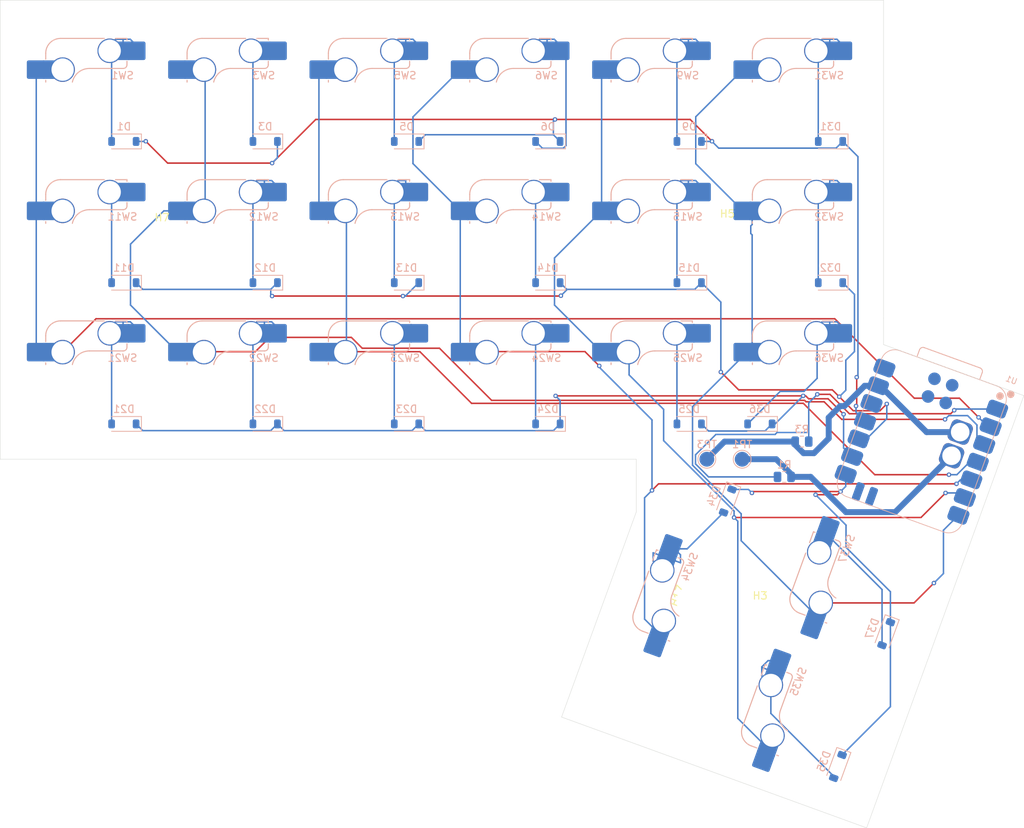
<source format=kicad_pcb>
(kicad_pcb (version 20241229) (generator "pcbnew") (generator_version "9.0")
  (layers (0 "F.Cu" signal) (2 "B.Cu" signal) (13 "F.Paste" user) (15 "B.Paste" user) (5 "F.SilkS" user "F.Silkscreen") (7 "B.SilkS" user "B.Silkscreen") (1 "F.Mask" user) (3 "B.Mask" user) (25 "Edge.Cuts" user))
  (net 0 "")
  (net 1 "Net-(D1-A)")
  (net 2 "/left/ROW0")
  (net 3 "Net-(D3-A)")
  (net 4 "Net-(D5-A)")
  (net 5 "Net-(D6-A)")
  (net 6 "Net-(D9-A)")
  (net 7 "/left/ROW1")
  (net 8 "Net-(D11-A)")
  (net 9 "Net-(D12-A)")
  (net 10 "Net-(D13-A)")
  (net 11 "Net-(D14-A)")
  (net 12 "Net-(D15-A)")
  (net 13 "/left/ROW2")
  (net 14 "Net-(D21-A)")
  (net 15 "Net-(D22-A)")
  (net 16 "Net-(D23-A)")
  (net 17 "Net-(D24-A)")
  (net 18 "Net-(D25-A)")
  (net 19 "Net-(D31-A)")
  (net 20 "Net-(D32-A)")
  (net 21 "Net-(D34-A)")
  (net 22 "/left/ROW3")
  (net 23 "Net-(D35-A)")
  (net 24 "Net-(D36-A)")
  (net 25 "Net-(D37-A)")
  (net 26 "/left/VBAT")
  (net 27 "/left/BT_PIN")
  (net 28 "GND")
  (net 29 "/left/COL0")
  (net 30 "/left/COL1")
  (net 31 "/left/COL2")
  (net 32 "/left/COL3")
  (net 33 "/left/COL4")
  (net 34 "/left/COL5")
  (footprint "MountingHole:MountingHole_3.2mm_M3" (layer "F.Cu") (at 109.5756 136.8552)
    (property "Reference" "H3")
    (property "Value" "MountingHole_3.2mm_M3")
  )
  (footprint "MountingHole:MountingHole_3.2mm_M3" (layer "F.Cu") (at 28.956 85.852)
    (property "Reference" "H7")
    (property "Value" "MountingHole_3.2mm_M3")
  )
  (footprint "PCM_Mounting_Keyboard_Stabilizer:Stabilizer_Cherry_MX_2.00u" (layer "F.Cu") (at 100.2849 133.4038 70)
    (property "Reference" "H17")
    (property "Value" "MountingHole")
  )
  (footprint "MountingHole:MountingHole_3.2mm_M3" (layer "F.Cu") (at 105.156 85.344)
    (property "Reference" "H5")
    (property "Value" "MountingHole_3.2mm_M3")
  )
  (footprint "PCM_marbastlib-mx:SW_MX_HS_CPG151101S11_1u" (layer "B.Cu") (at 114.6175 83.3437 180)
    (property "Reference" "SW32")
    (property "Value" "SW_Push")
  )
  (footprint "Diode_SMD:D_SOD-123" (layer "B.Cu") (at 80.9625 109.5375 180)
    (property "Reference" "D24")
    (property "Value" "D")
  )
  (footprint "PCM_marbastlib-mx:SW_MX_HS_CPG151101S11_1u" (layer "B.Cu") (at 114.6175 102.3937 180)
    (property "Reference" "SW36")
    (property "Value" "SW_Push")
  )
  (footprint "Diode_SMD:D_SOD-123" (layer "B.Cu") (at 80.9625 71.4375 180)
    (property "Reference" "D6")
    (property "Value" "D")
  )
  (footprint "Resistor_SMD:R_0805_2012Metric" (layer "B.Cu") (at 112.8313 116.6812 180)
    (property "Reference" "R1")
    (property "Value" "806K")
  )
  (footprint "PCM_marbastlib-mx:SW_MX_HS_CPG151101S11_1u" (layer "B.Cu") (at 100.2849 133.4038 -110)
    (property "Reference" "SW34")
    (property "Value" "SW_Push")
  )
  (footprint "TestPoint:TestPoint_Pad_D2.0mm" (layer "B.Cu") (at 102.3938 114.3 180)
    (property "Reference" "TP3")
    (property "Value" "GND")
  )
  (footprint "PCM_marbastlib-mx:SW_MX_HS_CPG151101S11_1u" (layer "B.Cu") (at 57.4675 83.3437 180)
    (property "Reference" "SW13")
    (property "Value" "SW_Push")
  )
  (footprint "mod_xiao:modified-XIAO-nRF52840-SMD" (layer "B.Cu") (at 131.2863 111.9187 160)
    (property "Reference" "U1")
    (property "Value" "XIAO-nRF52840-SMD")
  )
  (footprint "Diode_SMD:D_SOD-123" (layer "B.Cu") (at 23.8125 71.4375 180)
    (property "Reference" "D1")
    (property "Value" "D")
  )
  (footprint "PCM_marbastlib-mx:SW_MX_HS_CPG151101S11_1u" (layer "B.Cu") (at 38.4175 64.2937 180)
    (property "Reference" "SW3")
    (property "Value" "SW_Push")
  )
  (footprint "Diode_SMD:D_SOD-123" (layer "B.Cu") (at 42.8625 109.5375 180)
    (property "Reference" "D22")
    (property "Value" "D")
  )
  (footprint "Diode_SMD:D_SOD-123" (layer "B.Cu") (at 42.8625 90.4875 180)
    (property "Reference" "D12")
    (property "Value" "D")
  )
  (footprint "PCM_marbastlib-mx:SW_MX_HS_CPG151101S11_1u" (layer "B.Cu") (at 57.4675 64.2937 180)
    (property "Reference" "SW5")
    (property "Value" "SW_Push")
  )
  (footprint "PCM_marbastlib-mx:SW_MX_HS_CPG151101S11_1u" (layer "B.Cu") (at 57.4675 102.3937 180)
    (property "Reference" "SW23")
    (property "Value" "SW_Push")
  )
  (footprint "PCM_marbastlib-mx:SW_MX_HS_CPG151101S11_1u" (layer "B.Cu") (at 76.5175 83.3437 180)
    (property "Reference" "SW14")
    (property "Value" "SW_Push")
  )
  (footprint "Diode_SMD:D_SOD-123" (layer "B.Cu") (at 42.8625 71.4375 180)
    (property "Reference" "D3")
    (property "Value" "D")
  )
  (footprint "Diode_SMD:D_SOD-123" (layer "B.Cu") (at 23.8125 109.5375 180)
    (property "Reference" "D21")
    (property "Value" "D")
  )
  (footprint "PCM_marbastlib-mx:SW_MX_HS_CPG151101S11_1u" (layer "B.Cu") (at 19.3675 102.3937 180)
    (property "Reference" "SW21")
    (property "Value" "SW_Push")
  )
  (footprint "Diode_SMD:D_SOD-123" (layer "B.Cu") (at 61.9125 90.4875 180)
    (property "Reference" "D13")
    (property "Value" "D")
  )
  (footprint "Diode_SMD:D_SOD-123" (layer "B.Cu") (at 126.5729 137.8335 -110)
    (property "Reference" "D37")
    (property "Value" "D")
  )
  (footprint "Diode_SMD:D_SOD-123" (layer "B.Cu") (at 109.5375 109.5375 180)
    (property "Reference" "D36")
    (property "Value" "D")
  )
  (footprint "PCM_marbastlib-mx:SW_MX_HS_CPG151101S11_1u" (layer "B.Cu") (at 19.3675 64.2937 180)
    (property "Reference" "SW1")
    (property "Value" "SW_Push")
  )
  (footprint "Diode_SMD:D_SOD-123" (layer "B.Cu") (at 100.0125 109.5375 180)
    (property "Reference" "D25")
    (property "Value" "D")
  )
  (footprint "Diode_SMD:D_SOD-123" (layer "B.Cu") (at 80.9625 90.4875 180)
    (property "Reference" "D14")
    (property "Value" "D")
  )
  (footprint "Diode_SMD:D_SOD-123" (layer "B.Cu") (at 120.0575 155.7346 -110)
    (property "Reference" "D35")
    (property "Value" "D")
  )
  (footprint "Diode_SMD:D_SOD-123" (layer "B.Cu") (at 100.0125 90.4875 180)
    (property "Reference" "D15")
    (property "Value" "D")
  )
  (footprint "PCM_marbastlib-mx:SW_MX_HS_CPG151101S11_1u" (layer "B.Cu") (at 121.4438 130.9687 -110)
    (property "Reference" "SW37")
    (property "Value" "SW_Push")
  )
  (footprint "PCM_marbastlib-mx:SW_MX_HS_CPG151101S11_1u" (layer "B.Cu") (at 19.3675 83.3437 180)
    (property "Reference" "SW11")
    (property "Value" "SW_Push")
  )
  (footprint "PCM_marbastlib-mx:SW_MX_HS_CPG151101S11_1u" (layer "B.Cu") (at 95.5675 102.3937 180)
    (property "Reference" "SW25")
    (property "Value" "SW_Push")
  )
  (footprint "PCM_marbastlib-mx:SW_MX_HS_CPG151101S11_1u" (layer "B.Cu") (at 95.5675 64.2937 180)
    (property "Reference" "SW9")
    (property "Value" "SW_Push")
  )
  (footprint "PCM_marbastlib-mx:SW_MX_HS_CPG151101S11_1u" (layer "B.Cu") (at 76.5175 64.2937 180)
    (property "Reference" "SW6")
    (property "Value" "SW_Push")
  )
  (footprint "PCM_marbastlib-mx:SW_MX_HS_CPG151101S11_1u" (layer "B.Cu") (at 38.4175 102.3937 180)
    (property "Reference" "SW22")
    (property "Value" "SW_Push")
  )
  (footprint "Diode_SMD:D_SOD-123" (layer "B.Cu") (at 23.8125 90.4875 180)
    (property "Reference" "D11")
    (property "Value" "D")
  )
  (footprint "PCM_marbastlib-mx:SW_MX_HS_CPG151101S11_1u" (layer "B.Cu") (at 95.5675 83.3437 180)
    (property "Reference" "SW15")
    (property "Value" "SW_Push")
  )
  (footprint "Resistor_SMD:R_0805_2012Metric" (layer "B.Cu") (at 115.2125 111.9187 180)
    (property "Reference" "R3")
    (property "Value" "2M")
  )
  (footprint "PCM_marbastlib-mx:SW_MX_HS_CPG151101S11_1u" (layer "B.Cu") (at 114.6175 64.2937 180)
    (property "Reference" "SW31")
    (property "Value" "SW_Push")
  )
  (footprint "Diode_SMD:D_SOD-123" (layer "B.Cu") (at 119.0625 71.4375 180)
    (property "Reference" "D31")
    (property "Value" "D")
  )
  (footprint "PCM_marbastlib-mx:SW_MX_HS_CPG151101S11_1u" (layer "B.Cu") (at 76.5175 102.3937 180)
    (property "Reference" "SW24")
    (property "Value" "SW_Push")
  )
  (footprint "Diode_SMD:D_SOD-123" (layer "B.Cu") (at 105.2166 119.9241 -110)
    (property "Reference" "D34")
    (property "Value" "D")
  )
  (footprint "TestPoint:TestPoint_Pad_D2.0mm" (layer "B.Cu") (at 107.1563 114.3 180)
    (property "Reference" "TP1")
    (property "Value" "BAT")
  )
  (footprint "PCM_marbastlib-mx:SW_MX_HS_CPG151101S11_1u" (layer "B.Cu") (at 114.9283 148.8699 -110)
    (property "Reference" "SW35")
    (property "Value" "SW_Push")
  )
  (footprint "Diode_SMD:D_SOD-123" (layer "B.Cu") (at 61.9125 71.4375 180)
    (property "Reference" "D5")
    (property "Value" "D")
  )
  (footprint "Diode_SMD:D_SOD-123" (layer "B.Cu") (at 61.9125 109.5375 180)
    (property "Reference" "D23")
    (property "Value" "D")
  )
  (footprint "Diode_SMD:D_SOD-123" (layer "B.Cu") (at 100.0125 71.4375 180)
    (property "Reference" "D9")
    (property "Value" "D")
  )
  (footprint "Diode_SMD:D_SOD-123" (layer "B.Cu") (at 119.0625 90.4875 180)
    (property "Reference" "D32")
    (property "Value" "D")
  )
  (footprint "PCM_marbastlib-mx:SW_MX_HS_CPG151101S11_1u" (layer "B.Cu") (at 38.4175 83.3437 180)
    (property "Reference" "SW12")
    (property "Value" "SW_Push")
  )
  (gr_line (start 92.86875 121.44375) (end 82.812511 149.07304) (stroke (width 0.05)) (layer "Edge.Cuts"))
  (gr_line (start 126.20625 95.25) (end 126.20625 98.837623) (stroke (width 0.05)) (layer "Edge.Cuts"))
  (gr_line (start 7.14375 52.3875) (end 7.14375 114.3) (stroke (width 0.05)) (layer "Edge.Cuts"))
  (gr_line (start 7.14375 114.3) (end 92.86875 114.3) (stroke (width 0.05)) (layer "Edge.Cuts"))
  (gr_line (start 82.812511 149.07304) (end 123.930347 164.019561) (stroke (width 0.05)) (layer "Edge.Cuts"))
  (gr_line (start 126.20625 98.837623) (end 145.11942 105.721454) (stroke (width 0.05)) (layer "Edge.Cuts"))
  (gr_line (start 126.20625 52.3875) (end 7.14375 52.3875) (stroke (width 0.05)) (layer "Edge.Cuts"))
  (gr_line (start 123.930347 164.019561) (end 145.11942 105.721454) (stroke (width 0.05)) (layer "Edge.Cuts"))
  (gr_line (start 92.86875 114.3) (end 92.86875 121.44375) (stroke (width 0.05)) (layer "Edge.Cuts"))
  (gr_line (start 126.20625 95.25) (end 126.20625 52.3875) (stroke (width 0.05)) (layer "Edge.Cuts"))
  (segment (start 22.6833 57.662) (end 23.7075 57.662) (width 0.2) (layer "B.Cu") (net 1))
  (segment (start 24.6817 57.662) (end 23.7075 57.662) (width 0.2) (layer "B.Cu") (net 1))
  (segment (start 23.7075 59.2137) (end 23.7075 57.662) (width 0.2) (layer "B.Cu") (net 1))
  (segment (start 25.4575 58.4378) (end 24.6817 57.662) (width 0.2) (layer "B.Cu") (net 1))
  (segment (start 22.1625 59.4687) (end 22.1625 71.4375) (width 0.2) (layer "B.Cu") (net 1))
  (segment (start 21.9075 58.4378) (end 22.6833 57.662) (width 0.2) (layer "B.Cu") (net 1))
  (segment (start 100.144 68.4725) (end 81.9253 68.4725) (width 0.2) (layer "F.Cu") (net 2))
  (segment (start 81.9253 68.4725) (end 49.6786 68.4725) (width 0.2) (layer "F.Cu") (net 2))
  (segment (start 29.7113 74.3585) (end 26.7683 71.4155) (width 0.2) (layer "F.Cu") (net 2))
  (segment (start 103.087 71.4155) (end 100.144 68.4725) (width 0.2) (layer "F.Cu") (net 2))
  (segment (start 29.7113 74.3585) (end 43.7926 74.3585) (width 0.2) (layer "F.Cu") (net 2))
  (segment (start 122.5928 107.0295) (end 122.5009 107.1214) (width 0.2) (layer "F.Cu") (net 2))
  (segment (start 49.6786 68.4725) (end 43.7926 74.3585) (width 0.2) (layer "F.Cu") (net 2))
  (segment (start 122.5928 103.2414) (end 122.5928 107.0295) (width 0.2) (layer "F.Cu") (net 2))
  (via (at 122.5928 103.2414) (size 0.6) (drill 0.3) (layers "F.Cu" "B.Cu") (net 2))
  (via (at 26.7683 71.4155) (size 0.6) (drill 0.3) (layers "F.Cu" "B.Cu") (net 2))
  (via (at 122.5009 107.1214) (size 0.6) (drill 0.3) (layers "F.Cu" "B.Cu") (net 2))
  (via (at 43.7926 74.3585) (size 0.6) (drill 0.3) (layers "F.Cu" "B.Cu") (net 2))
  (via (at 103.087 71.4155) (size 0.6) (drill 0.3) (layers "F.Cu" "B.Cu") (net 2))
  (via (at 81.9253 68.4725) (size 0.6) (drill 0.3) (layers "F.Cu" "B.Cu") (net 2))
  (segment (start 122.7591 73.4841) (end 120.7125 71.4375) (width 0.2) (layer "B.Cu") (net 2))
  (segment (start 26.7463 71.4375) (end 26.7683 71.4155) (width 0.2) (layer "B.Cu") (net 2))
  (segment (start 120.7125 71.4375) (end 119.8099 72.3401) (width 0.2) (layer "B.Cu") (net 2))
  (segment (start 44.5125 73.6386) (end 44.5125 71.4375) (width 0.2) (layer "B.Cu") (net 2))
  (segment (start 81.7099 68.6879) (end 81.7099 70.5349) (width 0.2) (layer "B.Cu") (net 2))
  (segment (start 103.9896 72.3401) (end 103.087 71.4375) (width 0.2) (layer "B.Cu") (net 2))
  (segment (start 122.7591 103.0751) (end 122.7591 73.4841) (width 0.2) (layer "B.Cu") (net 2))
  (segment (start 103.087 71.4375) (end 103.087 71.4155) (width 0.2) (layer "B.Cu") (net 2))
  (segment (start 103.087 71.4375) (end 101.6625 71.4375) (width 0.2) (layer "B.Cu") (net 2))
  (segment (start 122.5009 107.9475) (end 123.7171 109.1637) (width 0.2) (layer "B.Cu") (net 2))
  (segment (start 119.8099 72.3401) (end 103.9896 72.3401) (width 0.2) (layer "B.Cu") (net 2))
  (segment (start 81.9253 68.4725) (end 81.7099 68.6879) (width 0.2) (layer "B.Cu") (net 2))
  (segment (start 25.4625 71.4375) (end 26.7463 71.4375) (width 0.2) (layer "B.Cu") (net 2))
  (segment (start 63.5625 71.4375) (end 64.4651 70.5349) (width 0.2) (layer "B.Cu") (net 2))
  (segment (start 43.7926 74.3585) (end 44.5125 73.6386) (width 0.2) (layer "B.Cu") (net 2))
  (segment (start 122.5928 103.2414) (end 122.7591 103.0751) (width 0.2) (layer "B.Cu") (net 2))
  (segment (start 64.4651 70.5349) (end 81.7099 70.5349) (width 0.2) (layer "B.Cu") (net 2))
  (segment (start 122.5009 107.1214) (end 122.5009 107.9475) (width 0.2) (layer "B.Cu") (net 2))
  (segment (start 81.7099 70.5349) (end 82.6125 71.4375) (width 0.2) (layer "B.Cu") (net 2))
  (segment (start 41.2125 59.2137) (end 41.2125 71.4375) (width 0.2) (layer "B.Cu") (net 3))
  (segment (start 42.7575 58.5387) (end 43.8325 58.5387) (width 0.2) (layer "B.Cu") (net 3))
  (segment (start 42.7575 58.5387) (end 41.8875 58.5387) (width 0.2) (layer "B.Cu") (net 3))
  (segment (start 60.0075 58.4378) (end 60.7833 57.662) (width 0.2) (layer "B.Cu") (net 4))
  (segment (start 62.7817 57.662) (end 63.5575 58.4378) (width 0.2) (layer "B.Cu") (net 4))
  (segment (start 61.8075 59.2137) (end 61.8075 57.662) (width 0.2) (layer "B.Cu") (net 4))
  (segment (start 60.2625 71.4375) (end 60.2625 59.4687) (width 0.2) (layer "B.Cu") (net 4))
  (segment (start 60.7833 57.662) (end 61.8075 57.662) (width 0.2) (layer "B.Cu") (net 4))
  (segment (start 61.8075 57.662) (end 62.7817 57.662) (width 0.2) (layer "B.Cu") (net 4))
  (segment (start 80.2391 72.3641) (end 79.3125 71.4375) (width 0.2) (layer "B.Cu") (net 5))
  (segment (start 80.8575 59.2137) (end 80.8575 57.662) (width 0.2) (layer "B.Cu") (net 5))
  (segment (start 83.0338 72.3641) (end 80.2391 72.3641) (width 0.2) (layer "B.Cu") (net 5))
  (segment (start 79.8333 57.662) (end 80.8575 57.662) (width 0.2) (layer "B.Cu") (net 5))
  (segment (start 83.4092 71.9887) (end 83.0338 72.3641) (width 0.2) (layer "B.Cu") (net 5))
  (segment (start 79.0575 58.4378) (end 79.8333 57.662) (width 0.2) (layer "B.Cu") (net 5))
  (segment (start 83.4092 60.0154) (end 83.4092 71.9887) (width 0.2) (layer "B.Cu") (net 5))
  (segment (start 81.8317 57.662) (end 80.8575 57.662) (width 0.2) (layer "B.Cu") (net 5))
  (segment (start 82.6075 58.4378) (end 81.8317 57.662) (width 0.2) (layer "B.Cu") (net 5))
  (segment (start 101.6575 58.4378) (end 100.8817 57.662) (width 0.2) (layer "B.Cu") (net 6))
  (segment (start 98.1075 58.4378) (end 98.8833 57.662) (width 0.2) (layer "B.Cu") (net 6))
  (segment (start 100.8817 57.662) (end 99.9075 57.662) (width 0.2) (layer "B.Cu") (net 6))
  (segment (start 98.3625 71.4375) (end 98.3625 59.4687) (width 0.2) (layer "B.Cu") (net 6))
  (segment (start 99.9075 59.2137) (end 99.9075 57.662) (width 0.2) (layer "B.Cu") (net 6))
  (segment (start 98.8833 57.662) (end 99.9075 57.662) (width 0.2) (layer "B.Cu") (net 6))
  (segment (start 119.31 104.9405) (end 106.684 104.9405) (width 0.2) (layer "F.Cu") (net 7))
  (segment (start 61.432 92.2882) (end 82.6796 92.2882) (width 0.2) (layer "F.Cu") (net 7))
  (segment (start 82.6796 92.2882) (end 82.7206 92.2472) (width 0.2) (layer "F.Cu") (net 7))
  (segment (start 126.65 106.8365) (end 125.7261 107.7604) (width 0.2) (layer "F.Cu") (net 7))
  (segment (start 106.684 104.9405) (end 104.2826 102.5391) (width 0.2) (layer "F.Cu") (net 7))
  (segment (start 43.7926 92.2882) (end 61.432 92.2882) (width 0.2) (layer "F.Cu") (net 7))
  (segment (start 125.7261 107.7604) (end 122.1299 107.7604) (width 0.2) (layer "F.Cu") (net 7))
  (segment (start 120.2421 105.8726) (end 119.31 104.9405) (width 0.2) (layer "F.Cu") (net 7))
  (segment (start 122.1299 107.7604) (end 120.2421 105.8726) (width 0.2) (layer "F.Cu") (net 7))
  (via (at 61.432 92.2882) (size 0.6) (drill 0.3) (layers "F.Cu" "B.Cu") (net 7))
  (via (at 43.7926 92.2882) (size 0.6) (drill 0.3) (layers "F.Cu" "B.Cu") (net 7))
  (via (at 104.2826 102.5391) (size 0.6) (drill 0.3) (layers "F.Cu" "B.Cu") (net 7))
  (via (at 82.7206 92.2472) (size 0.6) (drill 0.3) (layers "F.Cu" "B.Cu") (net 7))
  (via (at 120.2421 105.8726) (size 0.6) (drill 0.3) (layers "F.Cu" "B.Cu") (net 7))
  (via (at 126.65 106.8365) (size 0.6) (drill 0.3) (layers "F.Cu" "B.Cu") (net 7))
  (segment (start 126.65 108.828) (end 126.65 106.8365) (width 0.2) (layer "B.Cu") (net 7))
  (segment (start 43.7926 92.2882) (end 43.6099 92.1055) (width 0.2) (layer "B.Cu") (net 7))
  (segment (start 83.5151 91.3901) (end 82.6125 90.4875) (width 0.2) (layer "B.Cu") (net 7))
  (segment (start 101.6625 90.4875) (end 100.7599 91.3901) (width 0.2) (layer "B.Cu") (net 7))
  (segment (start 83.5151 91.4527) (end 83.5151 91.3901) (width 0.2) (layer "B.Cu") (net 7))
  (segment (start 82.7206 92.2472) (end 83.5151 91.4527) (width 0.2) (layer "B.Cu") (net 7))
  (segment (start 121.1242 100.9454) (end 122.2926 99.777) (width 0.2) (layer "B.Cu") (net 7))
  (segment (start 122.2926 92.0676) (end 120.7125 90.4875) (width 0.2) (layer "B.Cu") (net 7))
  (segment (start 43.6099 91.3901) (end 44.5125 90.4875) (width 0.2) (layer "B.Cu") (net 7))
  (segment (start 26.3651 91.3901) (end 43.6099 91.3901) (width 0.2) (layer "B.Cu") (net 7))
  (segment (start 61.7618 92.2882) (end 61.432 92.2882) (width 0.2) (layer "B.Cu") (net 7))
  (segment (start 25.4625 90.4875) (end 26.3651 91.3901) (width 0.2) (layer "B.Cu") (net 7))
  (segment (start 123.9275 111.5505) (end 126.65 108.828) (width 0.2) (layer "B.Cu") (net 7))
  (segment (start 43.6099 92.1055) (end 43.6099 91.3901) (width 0.2) (layer "B.Cu") (net 7))
  (segment (start 104.2826 93.1076) (end 101.6625 90.4875) (width 0.2) (layer "B.Cu") (net 7))
  (segment (start 100.7599 91.3901) (end 83.5151 91.3901) (width 0.2) (layer "B.Cu") (net 7))
  (segment (start 63.5625 90.4875) (end 61.7618 92.2882) (width 0.2) (layer "B.Cu") (net 7))
  (segment (start 120.2421 105.8726) (end 121.1242 104.9905) (width 0.2) (layer "B.Cu") (net 7))
  (segment (start 122.2926 99.777) (end 122.2926 92.0676) (width 0.2) (layer "B.Cu") (net 7))
  (segment (start 104.2826 102.5391) (end 104.2826 93.1076) (width 0.2) (layer "B.Cu") (net 7))
  (segment (start 121.1242 104.9905) (end 121.1242 100.9454) (width 0.2) (layer "B.Cu") (net 7))
  (segment (start 22.1625 78.2637) (end 22.1625 90.4875) (width 0.2) (layer "B.Cu") (net 8))
  (segment (start 23.7075 77.5887) (end 24.7825 77.5887) (width 0.2) (layer "B.Cu") (net 8))
  (segment (start 23.7075 77.5887) (end 22.8375 77.5887) (width 0.2) (layer "B.Cu") (net 8))
  (segment (start 42.7575 78.2637) (end 42.7575 76.712) (width 0.2) (layer "B.Cu") (net 9))
  (segment (start 41.7333 76.712) (end 42.7575 76.712) (width 0.2) (layer "B.Cu") (net 9))
  (segment (start 43.7317 76.712) (end 42.7575 76.712) (width 0.2) (layer "B.Cu") (net 9))
  (segment (start 40.9575 77.4878) (end 41.7333 76.712) (width 0.2) (layer "B.Cu") (net 9))
  (segment (start 44.5075 77.4878) (end 43.7317 76.712) (width 0.2) (layer "B.Cu") (net 9))
  (segment (start 41.2125 78.5187) (end 41.2125 90.4875) (width 0.2) (layer "B.Cu") (net 9))
  (segment (start 61.8075 77.5887) (end 62.8825 77.5887) (width 0.2) (layer "B.Cu") (net 10))
  (segment (start 60.7833 76.712) (end 61.8075 76.712) (width 0.2) (layer "B.Cu") (net 10))
  (segment (start 60.2625 78.5187) (end 60.2625 90.4875) (width 0.2) (layer "B.Cu") (net 10))
  (segment (start 61.8075 77.5887) (end 61.8075 76.712) (width 0.2) (layer "B.Cu") (net 10))
  (segment (start 60.0075 77.4878) (end 60.7833 76.712) (width 0.2) (layer "B.Cu") (net 10))
  (segment (start 80.8575 77.5887) (end 79.7325 77.5887) (width 0.2) (layer "B.Cu") (net 11))
  (segment (start 79.3125 90.4875) (end 79.3125 78.5187) (width 0.2) (layer "B.Cu") (net 11))
  (segment (start 80.8575 77.5887) (end 81.9325 77.5887) (width 0.2) (layer "B.Cu") (net 11))
  (segment (start 98.3625 90.4875) (end 98.3625 78.5187) (width 0.2) (layer "B.Cu") (net 12))
  (segment (start 100.8817 76.712) (end 101.6575 77.4878) (width 0.2) (layer "B.Cu") (net 12))
  (segment (start 98.1075 77.4878) (end 98.8833 76.712) (width 0.2) (layer "B.Cu") (net 12))
  (segment (start 99.9075 76.712) (end 100.8817 76.712) (width 0.2) (layer "B.Cu") (net 12))
  (segment (start 99.9075 78.2637) (end 99.9075 76.712) (width 0.2) (layer "B.Cu") (net 12))
  (segment (start 98.8833 76.712) (end 99.9075 76.712) (width 0.2) (layer "B.Cu") (net 12))
  (segment (start 115.3792 105.7518) (end 82.0162 105.7518) (width 0.2) (layer "F.Cu") (net 13))
  (segment (start 82.0162 105.7518) (end 82.0113 105.7567) (width 0.2) (layer "F.Cu") (net 13))
  (segment (start 116.1148 106.1469) (end 118.7375 106.1469) (width 0.2) (layer "F.Cu") (net 13))
  (segment (start 118.7375 106.1469) (end 120.8231 108.2325) (width 0.2) (layer "F.Cu") (net 13))
  (segment (start 115.7197 105.7518) (end 116.1148 106.1469) (width 0.2) (layer "F.Cu") (net 13))
  (segment (start 115.3792 105.7518) (end 115.7197 105.7518) (width 0.2) (layer "F.Cu") (net 13))
  (via (at 82.0113 105.7567) (size 0.6) (drill 0.3) (layers "F.Cu" "B.Cu") (net 13))
  (via (at 115.3792 105.7518) (size 0.6) (drill 0.3) (layers "F.Cu" "B.Cu") (net 13))
  (via (at 120.8231 108.2325) (size 0.6) (drill 0.3) (layers "F.Cu" "B.Cu") (net 13))
  (segment (start 115.3792 105.7518) (end 111.5935 109.5375) (width 0.2) (layer "B.Cu") (net 13))
  (segment (start 26.3651 110.4401) (end 43.6099 110.4401) (width 0.2) (layer "B.Cu") (net 13))
  (segment (start 111.1875 109.5375) (end 110.2295 110.4955) (width 0.2) (layer "B.Cu") (net 13))
  (segment (start 111.5935 109.5375) (end 111.1875 109.5375) (width 0.2) (layer "B.Cu") (net 13))
  (segment (start 45.4151 110.4401) (end 62.6599 110.4401) (width 0.2) (layer "B.Cu") (net 13))
  (segment (start 81.7099 110.4401) (end 82.6125 109.5375) (width 0.2) (layer "B.Cu") (net 13))
  (segment (start 43.6099 110.4401) (end 44.5125 109.5375) (width 0.2) (layer "B.Cu") (net 13))
  (segment (start 120.8231 112.7809) (end 120.8231 108.2325) (width 0.2) (layer "B.Cu") (net 13))
  (segment (start 63.5625 109.5375) (end 64.4651 110.4401) (width 0.2) (layer "B.Cu") (net 13))
  (segment (start 82.6125 106.3579) (end 82.6125 109.5375) (width 0.2) (layer "B.Cu") (net 13))
  (segment (start 64.4651 110.4401) (end 81.7099 110.4401) (width 0.2) (layer "B.Cu") (net 13))
  (segment (start 62.6599 110.4401) (end 63.5625 109.5375) (width 0.2) (layer "B.Cu") (net 13))
  (segment (start 110.2295 110.4955) (end 102.6205 110.4955) (width 0.2) (layer "B.Cu") (net 13))
  (segment (start 82.0113 105.7567) (end 82.6125 106.3579) (width 0.2) (layer "B.Cu") (net 13))
  (segment (start 102.6205 110.4955) (end 101.6625 109.5375) (width 0.2) (layer "B.Cu") (net 13))
  (segment (start 25.4625 109.5375) (end 26.3651 110.4401) (width 0.2) (layer "B.Cu") (net 13))
  (segment (start 121.9796 113.9374) (end 120.8231 112.7809) (width 0.2) (layer "B.Cu") (net 13))
  (segment (start 44.5125 109.5375) (end 45.4151 110.4401) (width 0.2) (layer "B.Cu") (net 13))
  (segment (start 22.6833 95.762) (end 23.7075 95.762) (width 0.2) (layer "B.Cu") (net 14))
  (segment (start 25.4575 96.5378) (end 24.6817 95.762) (width 0.2) (layer "B.Cu") (net 14))
  (segment (start 23.7075 97.3137) (end 23.7075 95.762) (width 0.2) (layer "B.Cu") (net 14))
  (segment (start 24.6817 95.762) (end 23.7075 95.762) (width 0.2) (layer "B.Cu") (net 14))
  (segment (start 22.1625 97.5687) (end 22.1625 109.5375) (width 0.2) (layer "B.Cu") (net 14))
  (segment (start 21.9075 96.5378) (end 22.6833 95.762) (width 0.2) (layer "B.Cu") (net 14))
  (segment (start 41.7333 95.762) (end 42.7575 95.762) (width 0.2) (layer "B.Cu") (net 15))
  (segment (start 40.9575 96.5378) (end 41.7333 95.762) (width 0.2) (layer "B.Cu") (net 15))
  (segment (start 42.7575 95.762) (end 43.7317 95.762) (width 0.2) (layer "B.Cu") (net 15))
  (segment (start 43.7317 95.762) (end 44.5075 96.5378) (width 0.2) (layer "B.Cu") (net 15))
  (segment (start 41.2125 109.5375) (end 41.2125 97.5687) (width 0.2) (layer "B.Cu") (net 15))
  (segment (start 42.7575 97.3137) (end 42.7575 95.762) (width 0.2) (layer "B.Cu") (net 15))
  (segment (start 61.8075 96.6387) (end 62.8825 96.6387) (width 0.2) (layer "B.Cu") (net 16))
  (segment (start 61.8075 96.6387) (end 60.9375 96.6387) (width 0.2) (layer "B.Cu") (net 16))
  (segment (start 60.2625 97.3137) (end 60.2625 109.5375) (width 0.2) (layer "B.Cu") (net 16))
  (segment (start 79.3125 109.5375) (end 79.3125 97.5687) (width 0.2) (layer "B.Cu") (net 17))
  (segment (start 80.8575 96.6387) (end 79.7325 96.6387) (width 0.2) (layer "B.Cu") (net 17))
  (segment (start 80.8575 96.6387) (end 81.9325 96.6387) (width 0.2) (layer "B.Cu") (net 17))
  (segment (start 99.9075 96.6387) (end 98.7825 96.6387) (width 0.2) (layer "B.Cu") (net 18))
  (segment (start 98.3625 109.5375) (end 98.3625 97.5687) (width 0.2) (layer "B.Cu") (net 18))
  (segment (start 99.9075 96.6387) (end 100.9825 96.6387) (width 0.2) (layer "B.Cu") (net 18))
  (segment (start 117.4125 71.4375) (end 117.4125 59.4687) (width 0.2) (layer "B.Cu") (net 19))
  (segment (start 118.9575 59.2137) (end 118.9575 57.662) (width 0.2) (layer "B.Cu") (net 19))
  (segment (start 117.1575 58.4378) (end 117.9333 57.662) (width 0.2) (layer "B.Cu") (net 19))
  (segment (start 120.7075 58.4378) (end 119.9317 57.662) (width 0.2) (layer "B.Cu") (net 19))
  (segment (start 117.9333 57.662) (end 118.9575 57.662) (width 0.2) (layer "B.Cu") (net 19))
  (segment (start 119.9317 57.662) (end 118.9575 57.662) (width 0.2) (layer "B.Cu") (net 19))
  (segment (start 118.9575 76.712) (end 119.9317 76.712) (width 0.2) (layer "B.Cu") (net 20))
  (segment (start 117.4125 90.4875) (end 117.4125 78.5187) (width 0.2) (layer "B.Cu") (net 20))
  (segment (start 118.9575 77.5887) (end 118.9575 76.712) (width 0.2) (layer "B.Cu") (net 20))
  (segment (start 119.9317 76.712) (end 120.7075 77.4878) (width 0.2) (layer "B.Cu") (net 20))
  (segment (start 118.9575 77.5887) (end 117.8325 77.5887) (width 0.2) (layer "B.Cu") (net 20))
  (segment (start 104.6523 121.4746) (end 99.746 126.3809) (width 0.2) (layer "B.Cu") (net 21))
  (segment (start 99.746 126.3809) (end 98.0315 126.3809) (width 0.2) (layer "B.Cu") (net 21))
  (segment (start 96.38 129.2795) (end 95.152 128.0515) (width 0.2) (layer "B.Cu") (net 21))
  (segment (start 95.152 128.0515) (end 95.152 126.9171) (width 0.2) (layer "B.Cu") (net 21))
  (segment (start 96.9956 127.5881) (end 95.152 126.9171) (width 0.2) (layer "B.Cu") (net 21))
  (segment (start 98.8392 127.1887) (end 98.0315 126.381) (width 0.2) (layer "B.Cu") (net 21))
  (segment (start 98.8392 128.2591) (end 98.8392 127.1887) (width 0.2) (layer "B.Cu") (net 21))
  (segment (start 96.9956 127.5881) (end 98.8392 128.2591) (width 0.2) (layer "B.Cu") (net 21))
  (segment (start 108.4704 118.8454) (end 108.6566 118.6592) (width 0.2) (layer "F.Cu") (net 22))
  (segment (start 117.0524 119.083) (end 119.9923 119.083) (width 0.2) (layer "F.Cu") (net 22))
  (segment (start 119.9923 119.083) (end 120.4161 118.6592) (width 0.2) (layer "F.Cu") (net 22))
  (segment (start 108.6566 118.6592) (end 120.4161 118.6592) (width 0.2) (layer "F.Cu") (net 22))
  (via (at 120.4161 118.6592) (size 0.6) (drill 0.3) (layers "F.Cu" "B.Cu") (net 22))
  (via (at 108.4704 118.8454) (size 0.6) (drill 0.3) (layers "F.Cu" "B.Cu") (net 22))
  (via (at 117.0524 119.083) (size 0.6) (drill 0.3) (layers "F.Cu" "B.Cu") (net 22))
  (segment (start 121.1109 117.9644) (end 121.1109 116.3242) (width 0.2) (layer "B.Cu") (net 22))
  (segment (start 121.1518 123.1824) (end 117.0524 119.083) (width 0.2) (layer "B.Cu") (net 22))
  (segment (start 120.4161 118.6592) (end 121.1109 117.9644) (width 0.2) (layer "B.Cu") (net 22))
  (segment (start 121.1518 126.1832) (end 121.1518 123.1824) (width 0.2) (layer "B.Cu") (net 22))
  (segment (start 127.1372 147.6687) (end 127.1372 136.283) (width 0.2) (layer "B.Cu") (net 22))
  (segment (start 120.6218 154.1841) (end 127.1372 147.6687) (width 0.2) (layer "B.Cu") (net 22))
  (segment (start 127.1372 132.1686) (end 121.1518 126.1832) (width 0.2) (layer "B.Cu") (net 22))
  (segment (start 107.9986 118.3736) (end 108.4704 118.8454) (width 0.2) (layer "B.Cu") (net 22))
  (segment (start 127.1372 136.283) (end 127.1372 132.1686) (width 0.2) (layer "B.Cu") (net 22))
  (segment (start 105.7809 118.3736) (end 107.9986 118.3736) (width 0.2) (layer "B.Cu") (net 22))
  (segment (start 111.0234 148.5855) (end 119.4932 157.0553) (width 0.2) (layer "B.Cu") (net 23))
  (segment (start 109.7954 143.5176) (end 109.7954 142.3832) (width 0.2) (layer "B.Cu") (net 23))
  (segment (start 111.0234 144.7456) (end 109.7954 143.5176) (width 0.2) (layer "B.Cu") (net 23))
  (segment (start 111.639 143.0542) (end 109.7954 142.3832) (width 0.2) (layer "B.Cu") (net 23))
  (segment (start 109.7954 142.3094) (end 109.7954 142.3832) (width 0.2) (layer "B.Cu") (net 23))
  (segment (start 112.1827 141.4646) (end 110.6402 141.4646) (width 0.2) (layer "B.Cu") (net 23))
  (segment (start 111.0234 144.7456) (end 111.0234 148.5855) (width 0.2) (layer "B.Cu") (net 23))
  (segment (start 110.6402 141.4646) (end 109.7954 142.3094) (width 0.2) (layer "B.Cu") (net 23))
  (segment (start 117.1575 96.5378) (end 117.9333 95.762) (width 0.2) (layer "B.Cu") (net 24))
  (segment (start 115.497 105.1501) (end 112.2749 105.1501) (width 0.2) (layer "B.Cu") (net 24))
  (segment (start 117.2564 103.3907) (end 115.497 105.1501) (width 0.2) (layer "B.Cu") (net 24))
  (segment (start 119.9317 95.762) (end 118.9575 95.762) (width 0.2) (layer "B.Cu") (net 24))
  (segment (start 118.9575 97.3137) (end 118.9575 95.762) (width 0.2) (layer "B.Cu") (net 24))
  (segment (start 120.7075 96.5378) (end 119.9317 95.762) (width 0.2) (layer "B.Cu") (net 24))
  (segment (start 112.2749 105.1501) (end 107.8875 109.5375) (width 0.2) (layer "B.Cu") (net 24))
  (segment (start 117.2564 97.4126) (end 117.2564 103.3907) (width 0.2) (layer "B.Cu") (net 24))
  (segment (start 117.9333 95.762) (end 118.9575 95.762) (width 0.2) (layer "B.Cu") (net 24))
  (segment (start 126.0085 131.8738) (end 126.0085 139.384) (width 0.2) (layer "B.Cu") (net 25))
  (segment (start 118.1545 124.1071) (end 118.1545 125.153) (width 0.2) (layer "B.Cu") (net 25))
  (segment (start 118.1545 125.153) (end 117.5389 125.7686) (width 0.2) (layer "B.Cu") (net 25))
  (segment (start 118.7531 124.6184) (end 126.0085 131.8738) (width 0.2) (layer "B.Cu") (net 25))
  (segment (start 116.39 116.6812) (end 121.1432 121.4344) (width 0.8) (layer "B.Cu") (net 26))
  (segment (start 113.7438 116.6812) (end 116.39 116.6812) (width 0.8) (layer "B.Cu") (net 26))
  (segment (start 113.7438 116.2989) (end 113.7438 116.6812) (width 0.8) (layer "B.Cu") (net 26))
  (segment (start 107.1563 114.3) (end 111.7449 114.3) (width 0.8) (layer "B.Cu") (net 26))
  (segment (start 121.1432 121.4344) (end 127.7774 121.4344) (width 0.8) (layer "B.Cu") (net 26))
  (segment (start 127.7774 121.4344) (end 135.3781 113.8337) (width 0.8) (layer "B.Cu") (net 26))
  (segment (start 111.7449 114.3) (end 113.7438 116.2989) (width 0.8) (layer "B.Cu") (net 26))
  (segment (start 121.6036 108.1621) (end 135.2657 108.1621) (width 0.2) (layer "F.Cu") (net 27))
  (segment (start 118.9867 105.5452) (end 121.6036 108.1621) (width 0.2) (layer "F.Cu") (net 27))
  (segment (start 135.2657 108.1621) (end 135.7346 107.6932) (width 0.2) (layer "F.Cu") (net 27))
  (segment (start 117.2837 105.5452) (end 118.9867 105.5452) (width 0.2) (layer "F.Cu") (net 27))
  (via (at 135.7346 107.6932) (size 0.6) (drill 0.3) (layers "F.Cu" "B.Cu") (net 27))
  (via (at 117.2837 105.5452) (size 0.6) (drill 0.3) (layers "F.Cu" "B.Cu") (net 27))
  (segment (start 103.6129 110.9572) (end 111.5879 110.9572) (width 0.2) (layer "B.Cu") (net 27))
  (segment (start 135.8958 107.532) (end 135.7346 107.6932) (width 0.2) (layer "B.Cu") (net 27))
  (segment (start 116.125 106.7039) (end 116.125 110.6953) (width 0.2) (layer "B.Cu") (net 27))
  (segment (start 102.6166 116.6812) (end 100.8656 114.9302) (width 0.2) (layer "B.Cu") (net 27))
  (segment (start 116.125 110.6953) (end 116.125 111.9187) (width 0.2) (layer "B.Cu") (net 27))
  (segment (start 100.8656 114.9302) (end 100.8656 113.7045) (width 0.2) (layer "B.Cu") (net 27))
  (segment (start 111.9188 116.6812) (end 102.6166 116.6812) (width 0.2) (layer "B.Cu") (net 27))
  (segment (start 117.2837 105.5452) (end 116.125 106.7039) (width 0.2) (layer "B.Cu") (net 27))
  (segment (start 111.5879 110.9572) (end 111.8498 110.6953) (width 0.2) (layer "B.Cu") (net 27))
  (segment (start 100.8656 113.7045) (end 103.6129 110.9572) (width 0.2) (layer "B.Cu") (net 27))
  (segment (start 111.8498 110.6953) (end 116.125 110.6953) (width 0.2) (layer "B.Cu") (net 27))
  (segment (start 141.5134 107.532) (end 135.8958 107.532) (width 0.2) (layer "B.Cu") (net 27))
  (segment (start 115.4253 113.4799) (end 114.3 112.3546) (width 0.8) (layer "B.Cu") (net 28))
  (segment (start 132.0103 110.6387) (end 125.7617 104.3901) (width 0.8) (layer "B.Cu") (net 28))
  (segment (start 120.3668 107.1308) (end 118.8201 108.6775) (width 0.8) (layer "B.Cu") (net 28))
  (segment (start 102.3938 114.3) (end 104.7751 111.9187) (width 0.8) (layer "B.Cu") (net 28))
  (segment (start 116.8325 113.4799) (end 115.4253 113.4799) (width 0.8) (layer "B.Cu") (net 28))
  (segment (start 114.3 112.3546) (end 114.3 111.9187) (width 0.8) (layer "B.Cu") (net 28))
  (segment (start 120.9335 107.1308) (end 120.3668 107.1308) (width 0.8) (layer "B.Cu") (net 28))
  (segment (start 118.8201 111.4923) (end 116.8325 113.4799) (width 0.8) (layer "B.Cu") (net 28))
  (segment (start 125.4545 104.3901) (end 123.6742 104.3901) (width 0.8) (layer "B.Cu") (net 28))
  (segment (start 123.6742 104.3901) (end 120.9335 107.1308) (width 0.8) (layer "B.Cu") (net 28))
  (segment (start 104.7751 111.9187) (end 114.3 111.9187) (width 0.8) (layer "B.Cu") (net 28))
  (segment (start 136.541 110.6387) (end 132.0103 110.6387) (width 0.8) (layer "B.Cu") (net 28))
  (segment (start 118.8201 108.6775) (end 118.8201 111.4923) (width 0.8) (layer "B.Cu") (net 28))
  (segment (start 119.6392 95.3553) (end 130.3518 106.0679) (width 0.2) (layer "F.Cu") (net 29))
  (segment (start 20.0559 95.3553) (end 119.6392 95.3553) (width 0.2) (layer "F.Cu") (net 29))
  (segment (start 136.4386 106.0679) (end 139.02 108.6493) (width 0.2) (layer "F.Cu") (net 29))
  (segment (start 130.3518 106.0679) (end 136.4386 106.0679) (width 0.2) (layer "F.Cu") (net 29))
  (segment (start 15.5575 99.8537) (end 20.0559 95.3553) (width 0.2) (layer "F.Cu") (net 29))
  (via (at 139.02 108.6493) (size 0.6) (drill 0.3) (layers "F.Cu" "B.Cu") (net 29))
  (segment (start 12.0075 80.8037) (end 12.0075 99.8537) (width 0.2) (layer "B.Cu") (net 29))
  (segment (start 12.0075 80.8037) (end 13.7325 80.8037) (width 0.2) (layer "B.Cu") (net 29))
  (segment (start 12.0075 61.7537) (end 12.0075 80.8037) (width 0.2) (layer "B.Cu") (net 29))
  (segment (start 13.7325 61.7537) (end 15.5575 61.7537) (width 0.2) (layer "B.Cu") (net 29))
  (segment (start 12.0075 61.7537) (end 13.7325 61.7537) (width 0.2) (layer "B.Cu") (net 29))
  (segment (start 15.5575 80.8037) (end 13.7325 80.8037) (width 0.2) (layer "B.Cu") (net 29))
  (segment (start 12.0075 99.8537) (end 13.7325 99.8537) (width 0.2) (layer "B.Cu") (net 29))
  (segment (start 139.02 108.6493) (end 140.2895 109.9188) (width 0.2) (layer "B.Cu") (net 29))
  (segment (start 15.5575 99.8537) (end 13.7325 99.8537) (width 0.2) (layer "B.Cu") (net 29))
  (segment (start 120.5753 108.9208) (end 134.5003 108.9208) (width 0.2) (layer "F.Cu") (net 30))
  (segment (start 55.9414 99.3293) (end 66.3555 99.3293) (width 0.2) (layer "F.Cu") (net 30))
  (segment (start 73.3846 106.3584) (end 82.2605 106.3584) (width 0.2) (layer "F.Cu") (net 30))
  (segment (start 118.2031 106.5486) (end 120.5753 108.9208) (width 0.2) (layer "F.Cu") (net 30))
  (segment (start 82.2654 106.3535) (end 115.5634 106.3535) (width 0.2) (layer "F.Cu") (net 30))
  (segment (start 66.3555 99.3293) (end 73.3846 106.3584) (width 0.2) (layer "F.Cu") (net 30))
  (segment (start 41.5356 99.7949) (end 43.4651 97.8654) (width 0.2) (layer "F.Cu") (net 30))
  (segment (start 115.7585 106.5486) (end 118.2031 106.5486) (width 0.2) (layer "F.Cu") (net 30))
  (segment (start 115.5634 106.3535) (end 115.7585 106.5486) (width 0.2) (layer "F.Cu") (net 30))
  (segment (start 54.4775 97.8654) (end 55.9414 99.3293) (width 0.2) (layer "F.Cu") (net 30))
  (segment (start 43.4651 97.8654) (end 54.4775 97.8654) (width 0.2) (layer "F.Cu") (net 30))
  (segment (start 82.2605 106.3584) (end 82.2654 106.3535) (width 0.2) (layer "F.Cu") (net 30))
  (segment (start 34.6663 99.7949) (end 41.5356 99.7949) (width 0.2) (layer "F.Cu") (net 30))
  (via (at 134.5003 108.9208) (size 0.6) (drill 0.3) (layers "F.Cu" "B.Cu") (net 30))
  (segment (start 24.7084 93.5046) (end 31.0575 99.8537) (width 0.2) (layer "B.Cu") (net 30))
  (segment (start 32.7825 61.7537) (end 31.0575 61.7537) (width 0.2) (layer "B.Cu") (net 30))
  (segment (start 24.7084 85.2916) (end 24.7084 93.5046) (width 0.2) (layer "B.Cu") (net 30))
  (segment (start 137.5455 108.4192) (end 135.0019 108.4192) (width 0.2) (layer "B.Cu") (net 30))
  (segment (start 34.6075 99.8537) (end 32.7825 99.8537) (width 0.2) (layer "B.Cu") (net 30))
  (segment (start 138.8006 111.3304) (end 138.8006 109.6743) (width 0.2) (layer "B.Cu") (net 30))
  (segment (start 31.0575 99.8537) (end 32.7825 99.8537) (width 0.2) (layer "B.Cu") (net 30))
  (segment (start 34.7676 80.6436) (end 34.7676 61.9138) (width 0.2) (layer "B.Cu") (net 30))
  (segment (start 135.0019 108.4192) (end 134.5003 108.9208) (width 0.2) (layer "B.Cu") (net 30))
  (segment (start 29.1963 80.8037) (end 24.7084 85.2916) (width 0.2) (layer "B.Cu") (net 30))
  (segment (start 138.8006 109.6743) (end 137.5455 108.4192) (width 0.2) (layer "B.Cu") (net 30))
  (segment (start 34.6075 80.8037) (end 32.7825 80.8037) (width 0.2) (layer "B.Cu") (net 30))
  (segment (start 31.0575 80.8037) (end 29.1963 80.8037) (width 0.2) (layer "B.Cu") (net 30))
  (segment (start 32.7825 61.7537) (end 34.6075 61.7537) (width 0.2) (layer "B.Cu") (net 30))
  (segment (start 32.7825 80.8037) (end 31.0575 80.8037) (width 0.2) (layer "B.Cu") (net 30))
  (segment (start 53.7163 99.7949) (end 63.715 99.7949) (width 0.2) (layer "F.Cu") (net 31))
  (segment (start 63.715 99.7949) (end 70.6802 106.7601) (width 0.2) (layer "F.Cu") (net 31))
  (segment (start 82.4317 106.7552) (end 115.3971 106.7552) (width 0.2) (layer "F.Cu") (net 31))
  (segment (start 115.3971 106.7552) (end 125.027 116.3851) (width 0.2) (layer "F.Cu") (net 31))
  (segment (start 70.6802 106.7601) (end 82.4268 106.7601) (width 0.2) (layer "F.Cu") (net 31))
  (segment (start 125.027 116.3851) (end 135.0261 116.3851) (width 0.2) (layer "F.Cu") (net 31))
  (segment (start 82.4268 106.7601) (end 82.4317 106.7552) (width 0.2) (layer "F.Cu") (net 31))
  (via (at 135.0261 116.3851) (size 0.6) (drill 0.3) (layers "F.Cu" "B.Cu") (net 31))
  (segment (start 50.1075 99.8537) (end 51.8325 99.8537) (width 0.2) (layer "B.Cu") (net 31))
  (segment (start 50.1075 61.7537) (end 50.1075 80.8037) (width 0.2) (layer "B.Cu") (net 31))
  (segment (start 136.094 116.3851) (end 135.0261 116.3851) (width 0.2) (layer "B.Cu") (net 31))
  (segment (start 51.8325 61.7537) (end 50.1075 61.7537) (width 0.2) (layer "B.Cu") (net 31))
  (segment (start 53.6575 80.8037) (end 51.8325 80.8037) (width 0.2) (layer "B.Cu") (net 31))
  (segment (start 53.6575 99.8537) (end 51.8325 99.8537) (width 0.2) (layer "B.Cu") (net 31))
  (segment (start 51.8325 80.8037) (end 50.1075 80.8037) (width 0.2) (layer "B.Cu") (net 31))
  (segment (start 53.8142 99.697) (end 53.8142 80.9604) (width 0.2) (layer "B.Cu") (net 31))
  (segment (start 53.6575 61.7537) (end 51.8325 61.7537) (width 0.2) (layer "B.Cu") (net 31))
  (segment (start 137.7866 114.6925) (end 136.094 116.3851) (width 0.2) (layer "B.Cu") (net 31))
  (segment (start 85.9605 99.7802) (end 72.781 99.7802) (width 0.2) (layer "F.Cu") (net 32))
  (segment (start 87.8911 101.7108) (end 85.9605 99.7802) (width 0.2) (layer "F.Cu") (net 32))
  (segment (start 95.8842 117.6158) (end 136.0393 117.6158) (width 0.2) (layer "F.Cu") (net 32))
  (segment (start 95 118.5) (end 95.8842 117.6158) (width 0.2) (layer "F.Cu") (net 32))
  (via (at 95 118.5) (size 0.6) (drill 0.3) (layers "F.Cu" "B.Cu") (net 32))
  (via (at 87.8911 101.7108) (size 0.6) (drill 0.3) (layers "F.Cu" "B.Cu") (net 32))
  (via (at 136.0393 117.6158) (size 0.6) (drill 0.3) (layers "F.Cu" "B.Cu") (net 32))
  (segment (start 94 135.8594) (end 95.9708 137.8302) (width 0.2) (layer "B.Cu") (net 32))
  (segment (start 62.7833 68.1279) (end 69.1575 61.7537) (width 0.2) (layer "B.Cu") (net 32))
  (segment (start 95 118.5) (end 95 108.9973) (width 0.2) (layer "B.Cu") (net 32))
  (segment (start 69.1575 80.8037) (end 62.7833 74.4295) (width 0.2) (layer "B.Cu") (net 32))
  (segment (start 70.8825 61.7537) (end 69.1575 61.7537) (width 0.2) (layer "B.Cu") (net 32))
  (segment (start 96.595 137.206) (end 95.9708 137.8302) (width 0.2) (layer "B.Cu") (net 32))
  (segment (start 94 119.5) (end 94 135.8594) (width 0.2) (layer "B.Cu") (net 32))
  (segment (start 69.1575 99.8537) (end 69.1575 80.8037) (width 0.2) (layer "B.Cu") (net 32))
  (segment (start 70.8825 80.8037) (end 69.1575 80.8037) (width 0.2) (layer "B.Cu") (net 32))
  (segment (start 87.8911 101.8884) (end 87.8911 101.7108) (width 0.2) (layer "B.Cu") (net 32))
  (segment (start 136.5758 117.0793) (end 138.0385 117.0793) (width 0.2) (layer "B.Cu") (net 32))
  (segment (start 136.0393 117.6158) (end 136.5758 117.0793) (width 0.2) (layer "B.Cu") (net 32))
  (segment (start 95 118.5) (end 94 119.5) (width 0.2) (layer "B.Cu") (net 32))
  (segment (start 95.9708 138.8612) (end 95.9708 137.8302) (width 0.2) (layer "B.Cu") (net 32))
  (segment (start 72.7075 99.8537) (end 70.8825 99.8537) (width 0.2) (layer "B.Cu") (net 32))
  (segment (start 72.7075 80.8037) (end 70.8825 80.8037) (width 0.2) (layer "B.Cu") (net 32))
  (segment (start 62.7833 74.4295) (end 62.7833 68.1279) (width 0.2) (layer "B.Cu") (net 32))
  (segment (start 95 108.9973) (end 87.8911 101.8884) (width 0.2) (layer "B.Cu") (net 32))
  (segment (start 69.1575 99.8537) (end 70.8825 99.8537) (width 0.2) (layer "B.Cu") (net 32))
  (segment (start 72.7075 61.7537) (end 70.8825 61.7537) (width 0.2) (layer "B.Cu") (net 32))
  (segment (start 106.0638 122.1577) (end 131.2571 122.1577) (width 0.2) (layer "F.Cu") (net 33))
  (segment (start 131.2571 122.1577) (end 134.5694 118.8454) (width 0.2) (layer "F.Cu") (net 33))
  (via (at 134.5694 118.8454) (size 0.6) (drill 0.3) (layers "F.Cu" "B.Cu") (net 33))
  (via (at 106.0638 122.1577) (size 0.6) (drill 0.3) (layers "F.Cu" "B.Cu") (net 33))
  (segment (start 110.6142 153.2963) (end 111.2384 152.6721) (width 0.2) (layer "B.Cu") (net 33))
  (segment (start 91.9142 102.9263) (end 96.5662 107.5783) (width 0.2) (layer "B.Cu") (net 33))
  (segment (start 91.7575 80.8037) (end 89.9325 80.8037) (width 0.2) (layer "B.Cu") (net 33))
  (segment (start 106.0638 121.2855) (end 106.0638 122.1577) (width 0.2) (layer "B.Cu") (net 33))
  (segment (start 88.2075 61.7537) (end 88.2075 80.8037) (width 0.2) (layer "B.Cu") (net 33))
  (segment (start 91.7575 99.8537) (end 89.9325 99.8537) (width 0.2) (layer "B.Cu") (net 33))
  (segment (start 134.5694 118.8454) (end 136.549 118.8454) (width 0.2) (layer "B.Cu") (net 33))
  (segment (start 88.2075 80.8037) (end 89.9325 80.8037) (width 0.2) (layer "B.Cu") (net 33))
  (segment (start 81.8599 93.5061) (end 81.8599 87.1513) (width 0.2) (layer "B.Cu") (net 33))
  (segment (start 81.8599 87.1513) (end 88.2075 80.8037) (width 0.2) (layer "B.Cu") (net 33))
  (segment (start 96.5662 107.5783) (end 96.5662 111.7879) (width 0.2) (layer "B.Cu") (net 33))
  (segment (start 96.5662 111.7879) (end 106.0638 121.2855) (width 0.2) (layer "B.Cu") (net 33))
  (segment (start 106.5662 149.2483) (end 110.6142 153.2963) (width 0.2) (layer "B.Cu") (net 33))
  (segment (start 106.5662 122.6601) (end 106.5662 149.2483) (width 0.2) (layer "B.Cu") (net 33))
  (segment (start 88.2075 99.8537) (end 89.9325 99.8537) (width 0.2) (layer "B.Cu") (net 33))
  (segment (start 91.7575 61.7537) (end 89.9325 61.7537) (width 0.2) (layer "B.Cu") (net 33))
  (segment (start 88.2075 99.8537) (end 81.8599 93.5061) (width 0.2) (layer "B.Cu") (net 33))
  (segment (start 110.6142 154.3273) (end 110.6142 153.2963) (width 0.2) (layer "B.Cu") (net 33))
  (segment (start 91.9142 100.0104) (end 91.9142 102.9263) (width 0.2) (layer "B.Cu") (net 33))
  (segment (start 106.0638 122.1577) (end 106.5662 122.6601) (width 0.2) (layer "B.Cu") (net 33))
  (segment (start 88.2075 61.7537) (end 89.9325 61.7537) (width 0.2) (layer "B.Cu") (net 33))
  (segment (start 130.3198 133.6802) (end 117.7539 133.6802) (width 0.2) (layer "F.Cu") (net 34))
  (segment (start 133 131) (end 130.3198 133.6802) (width 0.2) (layer "F.Cu") (net 34))
  (via (at 133 131) (size 0.6) (drill 0.3) (layers "F.Cu" "B.Cu") (net 34))
  (segment (start 110.8075 99.8537) (end 108.9825 99.8537) (width 0.2) (layer "B.Cu") (net 34))
  (segment (start 100.4639 115.0987) (end 100.4639 107.2087) (width 0.2) (layer "B.Cu") (net 34))
  (segment (start 107.2575 80.8037) (end 108.5 82.0462) (width 0.2) (layer "B.Cu") (net 34))
  (segment (start 134.2869 129.7131) (end 134.2869 123.867) (width 0.2) (layer "B.Cu") (net 34))
  (segment (start 117.1297 136.4261) (end 117.1297 135.3951) (width 0.2) (layer "B.Cu") (net 34))
  (segment (start 107.2575 80.8037) (end 108.9825 80.8037) (width 0.2) (layer "B.Cu") (net 34))
  (segment (start 107.2575 61.7537) (end 100.8956 68.1156) (width 0.2) (layer "B.Cu") (net 34))
  (segment (start 107.0197 121.6545) (end 100.4639 115.0987) (width 0.2) (layer "B.Cu") (net 34))
  (segment (start 108.3115 82.835874) (end 108.3115 83.851526) (width 0.2) (layer "B.Cu") (net 34))
  (segment (start 133 131) (end 134.2869 129.7131) (width 0.2) (layer "B.Cu") (net 34))
  (segment (start 100.4639 107.2087) (end 107.2575 100.4151) (width 0.2) (layer "B.Cu") (net 34))
  (segment (start 134.2869 123.867) (end 136.301 121.8529) (width 0.2) (layer "B.Cu") (net 34))
  (segment (start 110.8075 61.7537) (end 108.9825 61.7537) (width 0.2) (layer "B.Cu") (net 34))
  (segment (start 108.5 84.040026) (end 108.5 98.6112) (width 0.2) (layer "B.Cu") (net 34))
  (segment (start 107.2575 61.7537) (end 108.9825 61.7537) (width 0.2) (layer "B.Cu") (net 34))
  (segment (start 107.2575 99.8537) (end 108.9825 99.8537) (width 0.2) (layer "B.Cu") (net 34))
  (segment (start 107.0197 125.2851) (end 107.0197 121.6545) (width 0.2) (layer "B.Cu") (net 34))
  (segment (start 117.1297 135.3951) (end 107.0197 125.2851) (width 0.2) (layer "B.Cu") (net 34))
  (segment (start 117.7539 134.7709) (end 117.1297 135.3951) (width 0.2) (layer "B.Cu") (net 34))
  (segment (start 108.5 82.0462) (end 108.5 82.647374) (width 0.2) (layer "B.Cu") (net 34))
  (segment (start 110.8075 80.8037) (end 108.9825 80.8037) (width 0.2) (layer "B.Cu") (net 34))
  (segment (start 108.3115 83.851526) (end 108.5 84.040026) (width 0.2) (layer "B.Cu") (net 34))
  (segment (start 100.8956 68.1156) (end 100.8956 74.4418) (width 0.2) (layer "B.Cu") (net 34))
  (segment (start 100.8956 74.4418) (end 107.2575 80.8037) (width 0.2) (layer "B.Cu") (net 34))
  (segment (start 108.5 82.647374) (end 108.3115 82.835874) (width 0.2) (layer "B.Cu") (net 34))
  (segment (start 108.5 98.6112) (end 107.2575 99.8537) (width 0.2) (layer "B.Cu") (net 34))
)
</source>
